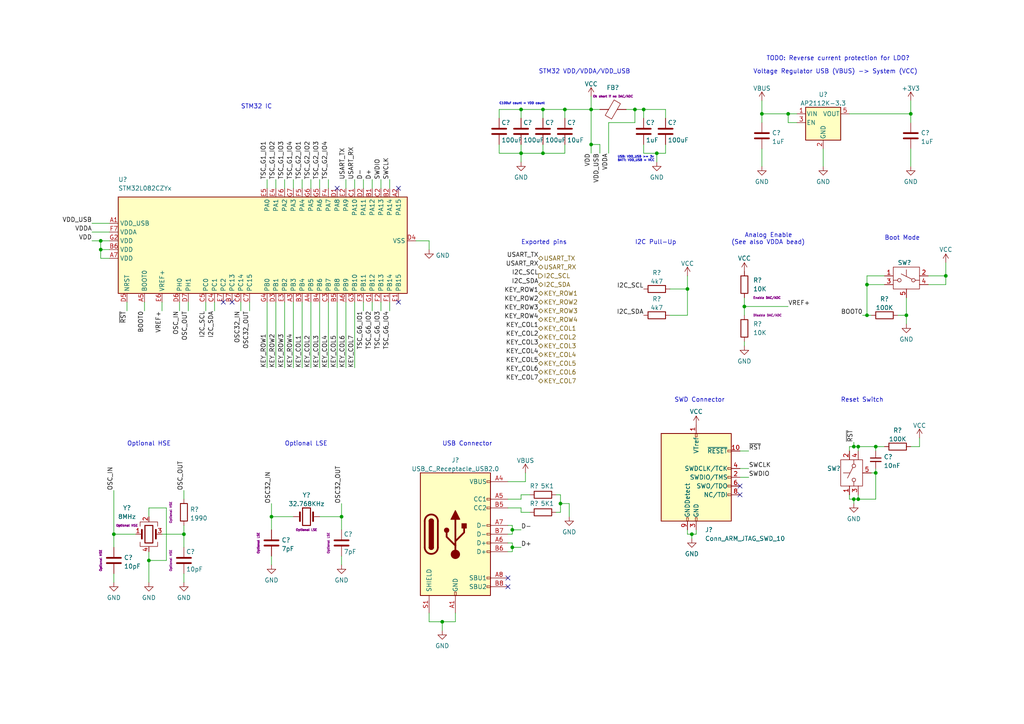
<source format=kicad_sch>
(kicad_sch (version 20211123) (generator eeschema)
  (paper "A4")
  (lib_symbols
    (symbol "Connector:Conn_ARM_JTAG_SWD_10" (pin_names (offset 1.016))
      (property "Reference" "J" (at -2.54 16.51 0))
      (property "Value" "Conn_ARM_JTAG_SWD_10" (at -2.54 13.97 0))
      (symbol "Conn_ARM_JTAG_SWD_10_0_1"
        (rectangle (start -10.16 12.7) (end 10.16 -12.7) (stroke (width 0.254)) (fill (type background)))
        (rectangle (start -2.794 -12.7) (end -2.286 -11.684))
        (rectangle (start -0.254 -12.7) (end 0.254 -11.684))
        (rectangle (start -0.254 12.7) (end 0.254 11.684))
        (rectangle (start 9.144 2.286) (end 10.16 2.794))
        (rectangle (start 10.16 -2.794) (end 9.144 -2.286))
        (rectangle (start 10.16 -0.254) (end 9.144 0.254))
        (rectangle (start 10.16 7.874) (end 9.144 7.366))
      )
      (symbol "Conn_ARM_JTAG_SWD_10_1_1"
        (rectangle (start 9.144 -5.334) (end 10.16 -4.826))
        (pin power_in line (at 0 15.24 270) (length 2.54) (name "VTref") (number "1"))
        (pin open_collector line (at 12.7 7.62 180) (length 2.54) (name "~{RESET}") (number "10"))
        (pin bidirectional line (at 12.7 0 180) (length 2.54) (name "SWDIO/TMS") (number "2"))
        (pin power_in line (at 0 -15.24 90) (length 2.54) (name "GND") (number "3"))
        (pin output line (at 12.7 2.54 180) (length 2.54) (name "SWDCLK/TCK") (number "4"))
        (pin passive line (at 0 -15.24 90) (length 2.54) hide (name "GND") (number "5"))
        (pin input line (at 12.7 -2.54 180) (length 2.54) (name "SWO/TDO") (number "6"))
        (pin no_connect line (at -10.16 0 0) (length 2.54) hide (name "KEY") (number "7"))
        (pin output line (at 12.7 -5.08 180) (length 2.54) (name "NC/TDI") (number "8"))
        (pin passive line (at -2.54 -15.24 90) (length 2.54) (name "GNDDetect") (number "9"))
      )
    )
    (symbol "Connector:USB_C_Receptacle_USB2.0" (pin_names (offset 1.016))
      (property "Reference" "J" (at -10.16 19.05 0))
      (property "Value" "USB_C_Receptacle_USB2.0" (at 19.05 19.05 0))
      (symbol "USB_C_Receptacle_USB2.0_0_0"
        (rectangle (start -0.254 -17.78) (end 0.254 -16.764))
        (rectangle (start 10.16 -14.986) (end 9.144 -15.494))
        (rectangle (start 10.16 -12.446) (end 9.144 -12.954))
        (rectangle (start 10.16 -4.826) (end 9.144 -5.334))
        (rectangle (start 10.16 -2.286) (end 9.144 -2.794))
        (rectangle (start 10.16 0.254) (end 9.144 -0.254))
        (rectangle (start 10.16 2.794) (end 9.144 2.286))
        (rectangle (start 10.16 7.874) (end 9.144 7.366))
        (rectangle (start 10.16 10.414) (end 9.144 9.906))
        (rectangle (start 10.16 15.494) (end 9.144 14.986))
      )
      (symbol "USB_C_Receptacle_USB2.0_0_1"
        (rectangle (start -10.16 17.78) (end 10.16 -17.78) (stroke (width 0.254)) (fill (type background)))
        (arc (start -8.89 -3.81) (mid -6.985 -5.715) (end -5.08 -3.81) (stroke (width 0.508)))
        (arc (start -7.62 -3.81) (mid -6.985 -4.445) (end -6.35 -3.81) (stroke (width 0.254)))
        (arc (start -7.62 -3.81) (mid -6.985 -4.445) (end -6.35 -3.81) (stroke (width 0.254)) (fill (type outline)))
        (rectangle (start -7.62 -3.81) (end -6.35 3.81) (stroke (width 0.254)) (fill (type outline)))
        (arc (start -6.35 3.81) (mid -6.985 4.445) (end -7.62 3.81) (stroke (width 0.254)))
        (arc (start -6.35 3.81) (mid -6.985 4.445) (end -7.62 3.81) (stroke (width 0.254)) (fill (type outline)))
        (arc (start -5.08 3.81) (mid -6.985 5.715) (end -8.89 3.81) (stroke (width 0.508)))
        (circle (center -2.54 1.143) (radius 0.635) (stroke (width 0.254)) (fill (type outline)))
        (circle (center 0 -5.842) (radius 1.27) (fill (type outline)))
        (polyline (pts (xy -8.89 -3.81) (xy -8.89 3.81)) (stroke (width 0.508)))
        (polyline (pts (xy -5.08 3.81) (xy -5.08 -3.81)) (stroke (width 0.508)))
        (polyline (pts (xy 0 -5.842) (xy 0 4.318)) (stroke (width 0.508)))
        (polyline (pts (xy 0 -3.302) (xy -2.54 -0.762) (xy -2.54 0.508)) (stroke (width 0.508)))
        (polyline (pts (xy 0 -2.032) (xy 2.54 0.508) (xy 2.54 1.778)) (stroke (width 0.508)))
        (polyline (pts (xy -1.27 4.318) (xy 0 6.858) (xy 1.27 4.318) (xy -1.27 4.318)) (stroke (width 0.254)) (fill (type outline)))
        (rectangle (start 1.905 1.778) (end 3.175 3.048) (stroke (width 0.254)) (fill (type outline)))
      )
      (symbol "USB_C_Receptacle_USB2.0_1_1"
        (pin passive line (at 0 -22.86 90) (length 5.08) (name "GND") (number "A1"))
        (pin passive line (at 0 -22.86 90) (length 5.08) hide (name "GND") (number "A12"))
        (pin passive line (at 15.24 15.24 180) (length 5.08) (name "VBUS") (number "A4"))
        (pin bidirectional line (at 15.24 10.16 180) (length 5.08) (name "CC1") (number "A5"))
        (pin bidirectional line (at 15.24 -2.54 180) (length 5.08) (name "D+") (number "A6"))
        (pin bidirectional line (at 15.24 2.54 180) (length 5.08) (name "D-") (number "A7"))
        (pin bidirectional line (at 15.24 -12.7 180) (length 5.08) (name "SBU1") (number "A8"))
        (pin passive line (at 15.24 15.24 180) (length 5.08) hide (name "VBUS") (number "A9"))
        (pin passive line (at 0 -22.86 90) (length 5.08) hide (name "GND") (number "B1"))
        (pin passive line (at 0 -22.86 90) (length 5.08) hide (name "GND") (number "B12"))
        (pin passive line (at 15.24 15.24 180) (length 5.08) hide (name "VBUS") (number "B4"))
        (pin bidirectional line (at 15.24 7.62 180) (length 5.08) (name "CC2") (number "B5"))
        (pin bidirectional line (at 15.24 -5.08 180) (length 5.08) (name "D+") (number "B6"))
        (pin bidirectional line (at 15.24 0 180) (length 5.08) (name "D-") (number "B7"))
        (pin bidirectional line (at 15.24 -15.24 180) (length 5.08) (name "SBU2") (number "B8"))
        (pin passive line (at 15.24 15.24 180) (length 5.08) hide (name "VBUS") (number "B9"))
        (pin passive line (at -7.62 -22.86 90) (length 5.08) (name "SHIELD") (number "S1"))
      )
    )
    (symbol "Device:C" (pin_numbers hide) (pin_names (offset 0.254))
      (property "Reference" "C" (at 0.635 2.54 0))
      (property "Value" "C" (at 0.635 -2.54 0))
      (symbol "C_0_1"
        (polyline (pts (xy -2.032 -0.762) (xy 2.032 -0.762)) (stroke (width 0.508)))
        (polyline (pts (xy -2.032 0.762) (xy 2.032 0.762)) (stroke (width 0.508)))
      )
      (symbol "C_1_1"
        (pin passive line (at 0 3.81 270) (length 2.794) (name "~") (number "1"))
        (pin passive line (at 0 -3.81 90) (length 2.794) (name "~") (number "2"))
      )
    )
    (symbol "Device:C_Small" (pin_numbers hide) (pin_names (offset 0.254) hide)
      (property "Reference" "C" (at 0.254 1.778 0))
      (property "Value" "C_Small" (at 0.254 -2.032 0))
      (symbol "C_Small_0_1"
        (polyline (pts (xy -1.524 -0.508) (xy 1.524 -0.508)) (stroke (width 0.3302)))
        (polyline (pts (xy -1.524 0.508) (xy 1.524 0.508)) (stroke (width 0.3048)))
      )
      (symbol "C_Small_1_1"
        (pin passive line (at 0 2.54 270) (length 2.032) (name "~") (number "1"))
        (pin passive line (at 0 -2.54 90) (length 2.032) (name "~") (number "2"))
      )
    )
    (symbol "Device:Crystal" (pin_numbers hide) (pin_names (offset 1.016) hide)
      (property "Reference" "Y" (at 0 3.81 0))
      (property "Value" "Crystal" (at 0 -3.81 0))
      (symbol "Crystal_0_1"
        (rectangle (start -1.143 2.54) (end 1.143 -2.54) (stroke (width 0.3048)))
        (polyline (pts (xy -2.54 0) (xy -1.905 0)))
        (polyline (pts (xy -1.905 -1.27) (xy -1.905 1.27)) (stroke (width 0.508)))
        (polyline (pts (xy 1.905 -1.27) (xy 1.905 1.27)) (stroke (width 0.508)))
        (polyline (pts (xy 2.54 0) (xy 1.905 0)))
      )
      (symbol "Crystal_1_1"
        (pin passive line (at -3.81 0 0) (length 1.27) (name "1") (number "1"))
        (pin passive line (at 3.81 0 180) (length 1.27) (name "2") (number "2"))
      )
    )
    (symbol "Device:Crystal_GND24" (pin_names (offset 1.016) hide)
      (property "Reference" "Y" (at 3.175 5.08 0))
      (property "Value" "Crystal_GND24" (at 3.175 3.175 0))
      (symbol "Crystal_GND24_0_1"
        (rectangle (start -1.143 2.54) (end 1.143 -2.54) (stroke (width 0.3048)))
        (polyline (pts (xy -2.54 0) (xy -2.032 0)))
        (polyline (pts (xy -2.032 -1.27) (xy -2.032 1.27)) (stroke (width 0.508)))
        (polyline (pts (xy 0 -3.81) (xy 0 -3.556)))
        (polyline (pts (xy 0 3.556) (xy 0 3.81)))
        (polyline (pts (xy 2.032 -1.27) (xy 2.032 1.27)) (stroke (width 0.508)))
        (polyline (pts (xy 2.032 0) (xy 2.54 0)))
        (polyline (pts (xy -2.54 -2.286) (xy -2.54 -3.556) (xy 2.54 -3.556) (xy 2.54 -2.286)))
        (polyline (pts (xy -2.54 2.286) (xy -2.54 3.556) (xy 2.54 3.556) (xy 2.54 2.286)))
      )
      (symbol "Crystal_GND24_1_1"
        (pin passive line (at -3.81 0 0) (length 1.27) (name "1") (number "1"))
        (pin passive line (at 0 5.08 270) (length 1.27) (name "2") (number "2"))
        (pin passive line (at 3.81 0 180) (length 1.27) (name "3") (number "3"))
        (pin passive line (at 0 -5.08 90) (length 1.27) (name "4") (number "4"))
      )
    )
    (symbol "Device:FerriteBead" (pin_numbers hide) (pin_names (offset 0))
      (property "Reference" "FB" (at -3.81 0.635 90))
      (property "Value" "FerriteBead" (at 3.81 0 90))
      (symbol "FerriteBead_0_1"
        (polyline (pts (xy 0 -1.27) (xy 0 -1.2192)))
        (polyline (pts (xy 0 1.27) (xy 0 1.2954)))
        (polyline (pts (xy -2.7686 0.4064) (xy -1.7018 2.2606) (xy 2.7686 -0.3048) (xy 1.6764 -2.159) (xy -2.7686 0.4064)))
      )
      (symbol "FerriteBead_1_1"
        (pin passive line (at 0 3.81 270) (length 2.54) (name "~") (number "1"))
        (pin passive line (at 0 -3.81 90) (length 2.54) (name "~") (number "2"))
      )
    )
    (symbol "Device:R" (pin_numbers hide) (pin_names (offset 0))
      (property "Reference" "R" (at 2.032 0 90))
      (property "Value" "R" (at 0 0 90))
      (symbol "R_0_1"
        (rectangle (start -1.016 -2.54) (end 1.016 2.54) (stroke (width 0.254)))
      )
      (symbol "R_1_1"
        (pin passive line (at 0 3.81 270) (length 1.27) (name "~") (number "1"))
        (pin passive line (at 0 -3.81 90) (length 1.27) (name "~") (number "2"))
      )
    )
    (symbol "MCU_ST_STM32L0:STM32L082CZYx"
      (property "Reference" "U" (at -15.24 41.91 0))
      (property "Value" "STM32L082CZYx" (at 7.62 41.91 0))
      (symbol "STM32L082CZYx_0_1"
        (rectangle (start -15.24 -43.18) (end 12.7 40.64) (stroke (width 0.254)) (fill (type background)))
      )
      (symbol "STM32L082CZYx_1_1"
        (pin power_in line (at 5.08 43.18 270) (length 2.54) (name "VDD_USB") (number "A1"))
        (pin bidirectional line (at 15.24 -40.64 180) (length 2.54) (name "PA15") (number "A2"))
        (pin bidirectional line (at -17.78 -10.16 0) (length 2.54) (name "PB3") (number "A3"))
        (pin bidirectional line (at -17.78 -15.24 0) (length 2.54) (name "PB5") (number "A4"))
        (pin input line (at -17.78 33.02 0) (length 2.54) (name "BOOT0") (number "A5"))
        (pin bidirectional line (at -17.78 -25.4 0) (length 2.54) (name "PB9") (number "A6"))
        (pin power_in line (at -5.08 43.18 270) (length 2.54) (name "VDD") (number "A7"))
        (pin bidirectional line (at 15.24 -33.02 180) (length 2.54) (name "PA12") (number "B1"))
        (pin bidirectional line (at 15.24 -38.1 180) (length 2.54) (name "PA14") (number "B2"))
        (pin bidirectional line (at -17.78 -12.7 0) (length 2.54) (name "PB4") (number "B3"))
        (pin bidirectional line (at -17.78 -17.78 0) (length 2.54) (name "PB6") (number "B4"))
        (pin bidirectional line (at -17.78 -22.86 0) (length 2.54) (name "PB8") (number "B5"))
        (pin power_in line (at -2.54 43.18 270) (length 2.54) (name "VDD") (number "B6"))
        (pin bidirectional line (at -17.78 7.62 0) (length 2.54) (name "PC13") (number "B7"))
        (pin bidirectional line (at 15.24 -27.94 180) (length 2.54) (name "PA10") (number "C1"))
        (pin bidirectional line (at 15.24 -35.56 180) (length 2.54) (name "PA13") (number "C2"))
        (pin bidirectional line (at -17.78 -20.32 0) (length 2.54) (name "PB7") (number "C3"))
        (pin bidirectional line (at -17.78 12.7 0) (length 2.54) (name "PC1") (number "C4"))
        (pin bidirectional line (at -17.78 15.24 0) (length 2.54) (name "PC0") (number "C5"))
        (pin bidirectional line (at -17.78 5.08 0) (length 2.54) (name "PC14") (number "C6"))
        (pin bidirectional line (at -17.78 2.54 0) (length 2.54) (name "PC15") (number "C7"))
        (pin bidirectional line (at 15.24 -22.86 180) (length 2.54) (name "PA8") (number "D1"))
        (pin bidirectional line (at 15.24 -30.48 180) (length 2.54) (name "PA11") (number "D2"))
        (pin bidirectional line (at -17.78 -5.08 0) (length 2.54) (name "PB1") (number "D3"))
        (pin power_in line (at 0 -45.72 90) (length 2.54) (name "VSS") (number "D4"))
        (pin input line (at -17.78 38.1 0) (length 2.54) (name "NRST") (number "D5"))
        (pin input line (at -17.78 22.86 0) (length 2.54) (name "PH0") (number "D6"))
        (pin input line (at -17.78 20.32 0) (length 2.54) (name "PH1") (number "D7"))
        (pin bidirectional line (at -17.78 -40.64 0) (length 2.54) (name "PB15") (number "E1"))
        (pin bidirectional line (at 15.24 -25.4 180) (length 2.54) (name "PA9") (number "E2"))
        (pin bidirectional line (at -17.78 -7.62 0) (length 2.54) (name "PB2") (number "E3"))
        (pin bidirectional line (at 15.24 -5.08 180) (length 2.54) (name "PA1") (number "E4"))
        (pin bidirectional line (at 15.24 -2.54 180) (length 2.54) (name "PA0") (number "E5"))
        (pin power_in line (at -17.78 27.94 0) (length 2.54) (name "VREF+") (number "E6"))
        (pin bidirectional line (at -17.78 10.16 0) (length 2.54) (name "PC2") (number "E7"))
        (pin bidirectional line (at -17.78 -38.1 0) (length 2.54) (name "PB14") (number "F1"))
        (pin bidirectional line (at -17.78 -35.56 0) (length 2.54) (name "PB13") (number "F2"))
        (pin bidirectional line (at -17.78 -30.48 0) (length 2.54) (name "PB11") (number "F3"))
        (pin bidirectional line (at 15.24 -20.32 180) (length 2.54) (name "PA7") (number "F4"))
        (pin bidirectional line (at 15.24 -12.7 180) (length 2.54) (name "PA4") (number "F5"))
        (pin bidirectional line (at 15.24 -7.62 180) (length 2.54) (name "PA2") (number "F6"))
        (pin power_in line (at 2.54 43.18 270) (length 2.54) (name "VDDA") (number "F7"))
        (pin bidirectional line (at -17.78 -33.02 0) (length 2.54) (name "PB12") (number "G1"))
        (pin power_in line (at 0 43.18 270) (length 2.54) (name "VDD") (number "G2"))
        (pin bidirectional line (at -17.78 -27.94 0) (length 2.54) (name "PB10") (number "G3"))
        (pin bidirectional line (at -17.78 -2.54 0) (length 2.54) (name "PB0") (number "G4"))
        (pin bidirectional line (at 15.24 -17.78 180) (length 2.54) (name "PA6") (number "G5"))
        (pin bidirectional line (at 15.24 -15.24 180) (length 2.54) (name "PA5") (number "G6"))
        (pin bidirectional line (at 15.24 -10.16 180) (length 2.54) (name "PA3") (number "G7"))
      )
    )
    (symbol "Nour_KB:SW_Push_SPST_13_24_G" (pin_names (offset 0) hide)
      (property "Reference" "SW" (at 0 7.62 0))
      (property "Value" "SW_Push_SPST_13_24_G" (at 0 5.08 0))
      (symbol "SW_Push_SPST_13_24_G_0_0"
        (circle (center -2.032 0) (radius 0.508))
        (polyline (pts (xy 1.5339 0.3176) (xy -1.5141 1.8416)))
        (circle (center 2.032 0) (radius 0.508))
      )
      (symbol "SW_Push_SPST_13_24_G_0_1"
        (rectangle (start -3.81 3.81) (end 3.81 -2.54) (stroke (width 0.1524)))
        (polyline (pts (xy -2.54 0) (xy -3.81 0)) (stroke (width 0.1524)))
        (polyline (pts (xy 0 1.143) (xy 0 3.048)) (stroke (width 0.1524)))
        (polyline (pts (xy 3.81 0) (xy 2.54 0)) (stroke (width 0.1524)))
      )
      (symbol "SW_Push_SPST_13_24_G_1_1"
        (pin passive line (at -6.35 1.27 0) (length 2.54) (name "A") (number "1"))
        (pin passive line (at 6.35 1.27 180) (length 2.54) (name "B") (number "2"))
        (pin passive line (at -6.35 -1.27 0) (length 2.54) (name "A") (number "3"))
        (pin passive line (at 6.35 -1.27 180) (length 2.54) (name "B") (number "4"))
        (pin passive line (at 0 -5.08 90) (length 2.54) (name "G") (number "5"))
      )
    )
    (symbol "Regulator_Linear:AP2112K-3.3" (pin_names (offset 0.254))
      (property "Reference" "U" (at -5.08 5.715 0))
      (property "Value" "AP2112K-3.3" (at 0 5.715 0))
      (symbol "AP2112K-3.3_0_1"
        (rectangle (start -5.08 4.445) (end 5.08 -5.08) (stroke (width 0.254)) (fill (type background)))
      )
      (symbol "AP2112K-3.3_1_1"
        (pin power_in line (at -7.62 2.54 0) (length 2.54) (name "VIN") (number "1"))
        (pin power_in line (at 0 -7.62 90) (length 2.54) (name "GND") (number "2"))
        (pin input line (at -7.62 0 0) (length 2.54) (name "EN") (number "3"))
        (pin no_connect line (at 5.08 0 180) (length 2.54) hide (name "NC") (number "4"))
        (pin power_out line (at 7.62 2.54 180) (length 2.54) (name "VOUT") (number "5"))
      )
    )
    (symbol "power:+3V3" (power) (pin_names (offset 0))
      (property "Value" "+3V3" (at 0 3.556 0))
      (symbol "+3V3_0_1"
        (polyline (pts (xy -0.762 1.27) (xy 0 2.54)))
        (polyline (pts (xy 0 0) (xy 0 2.54)))
        (polyline (pts (xy 0 2.54) (xy 0.762 1.27)))
      )
      (symbol "+3V3_1_1"
        (pin power_in line (at 0 0 90) (length 0) hide (name "+3V3") (number "1"))
      )
    )
    (symbol "power:GND" (power) (pin_names (offset 0))
      (property "Value" "GND" (at 0 -3.81 0))
      (symbol "GND_0_1"
        (polyline (pts (xy 0 0) (xy 0 -1.27) (xy 1.27 -1.27) (xy 0 -2.54) (xy -1.27 -1.27) (xy 0 -1.27)))
      )
      (symbol "GND_1_1"
        (pin power_in line (at 0 0 270) (length 0) hide (name "GND") (number "1"))
      )
    )
    (symbol "power:VBUS" (power) (pin_names (offset 0))
      (property "Value" "VBUS" (at 0 3.81 0))
      (symbol "VBUS_0_1"
        (polyline (pts (xy -0.762 1.27) (xy 0 2.54)))
        (polyline (pts (xy 0 0) (xy 0 2.54)))
        (polyline (pts (xy 0 2.54) (xy 0.762 1.27)))
      )
      (symbol "VBUS_1_1"
        (pin power_in line (at 0 0 90) (length 0) hide (name "VBUS") (number "1"))
      )
    )
    (symbol "power:VCC" (power) (pin_names (offset 0))
      (property "Value" "VCC" (at 0 3.81 0))
      (symbol "VCC_0_1"
        (polyline (pts (xy -0.762 1.27) (xy 0 2.54)))
        (polyline (pts (xy 0 0) (xy 0 2.54)))
        (polyline (pts (xy 0 2.54) (xy 0.762 1.27)))
      )
      (symbol "VCC_1_1"
        (pin power_in line (at 0 0 90) (length 0) hide (name "VCC") (number "1"))
      )
    )
  )
  (junction (at 148.59 158.75))
  (junction (at 162.56 146.05))
  (junction (at 151.13 31.75))
  (junction (at 200.66 154.94))
  (junction (at 99.06 149.86))
  (junction (at 254 137.16))
  (junction (at 184.15 31.75))
  (junction (at 171.45 31.75))
  (junction (at 128.27 180.34))
  (junction (at 53.34 154.94))
  (junction (at 33.02 154.94))
  (junction (at 248.92 144.78))
  (junction (at 29.21 72.39))
  (junction (at 247.65 144.78))
  (junction (at 186.69 31.75))
  (junction (at 43.18 162.56))
  (junction (at 264.16 33.02))
  (junction (at 274.32 80.01))
  (junction (at 151.13 44.45))
  (junction (at 78.74 149.86))
  (junction (at 199.39 83.82))
  (junction (at 157.48 44.45))
  (junction (at 215.9 88.9))
  (junction (at 190.5 44.45))
  (junction (at 251.46 91.44))
  (junction (at 220.98 33.02))
  (junction (at 163.83 31.75))
  (junction (at 157.48 31.75))
  (junction (at 247.65 129.54))
  (junction (at 228.6 33.02))
  (junction (at 171.45 41.91))
  (junction (at 262.89 91.44))
  (junction (at 29.21 69.85))
  (junction (at 254 129.54))
  (junction (at 251.46 82.55))
  (junction (at 248.92 129.54))
  (junction (at 148.59 153.67))
  (no_connect (at 67.31 87.63))
  (no_connect (at 214.63 143.51))
  (no_connect (at 147.32 167.64))
  (no_connect (at 64.77 87.63))
  (no_connect (at 115.57 87.63))
  (no_connect (at 214.63 140.97))
  (no_connect (at 97.79 54.61))
  (no_connect (at 115.57 54.61))
  (no_connect (at 147.32 170.18))
  (wire (pts (xy 53.34 142.24) (xy 53.34 144.78)))
  (wire (pts (xy 228.6 33.02) (xy 220.98 33.02)))
  (wire (pts (xy 246.38 129.54) (xy 246.38 130.81)))
  (wire (pts (xy 59.69 87.63) (xy 59.69 90.17)))
  (wire (pts (xy 264.16 29.21) (xy 264.16 33.02)))
  (wire (pts (xy 251.46 80.01) (xy 256.54 80.01)))
  (wire (pts (xy 147.32 147.32) (xy 151.13 147.32)))
  (wire (pts (xy 165.1 146.05) (xy 165.1 149.86)))
  (wire (pts (xy 80.01 87.63) (xy 80.01 106.68)))
  (wire (pts (xy 186.69 31.75) (xy 193.04 31.75)))
  (wire (pts (xy 194.31 83.82) (xy 199.39 83.82)))
  (wire (pts (xy 31.75 72.39) (xy 29.21 72.39)))
  (wire (pts (xy 153.67 143.51) (xy 151.13 143.51)))
  (wire (pts (xy 29.21 69.85) (xy 31.75 69.85)))
  (wire (pts (xy 157.48 31.75) (xy 163.83 31.75)))
  (wire (pts (xy 77.47 87.63) (xy 77.47 106.68)))
  (wire (pts (xy 85.09 149.86) (xy 78.74 149.86)))
  (wire (pts (xy 151.13 143.51) (xy 151.13 144.78)))
  (wire (pts (xy 147.32 144.78) (xy 151.13 144.78)))
  (wire (pts (xy 87.63 52.07) (xy 87.63 54.61)))
  (wire (pts (xy 186.69 44.45) (xy 190.5 44.45)))
  (wire (pts (xy 41.91 90.17) (xy 41.91 87.63)))
  (wire (pts (xy 54.61 90.17) (xy 54.61 87.63)))
  (wire (pts (xy 220.98 43.18) (xy 220.98 48.26)))
  (wire (pts (xy 26.67 69.85) (xy 29.21 69.85)))
  (wire (pts (xy 52.07 90.17) (xy 52.07 87.63)))
  (wire (pts (xy 248.92 144.78) (xy 248.92 143.51)))
  (wire (pts (xy 78.74 161.29) (xy 78.74 163.83)))
  (wire (pts (xy 36.83 90.17) (xy 36.83 87.63)))
  (wire (pts (xy 252.73 137.16) (xy 254 137.16)))
  (wire (pts (xy 194.31 91.44) (xy 199.39 91.44)))
  (wire (pts (xy 147.32 154.94) (xy 148.59 154.94)))
  (wire (pts (xy 124.46 177.8) (xy 124.46 180.34)))
  (wire (pts (xy 254 137.16) (xy 254 144.78)))
  (wire (pts (xy 199.39 154.94) (xy 200.66 154.94)))
  (wire (pts (xy 95.25 87.63) (xy 95.25 106.68)))
  (wire (pts (xy 190.5 44.45) (xy 190.5 46.99)))
  (wire (pts (xy 124.46 180.34) (xy 128.27 180.34)))
  (wire (pts (xy 199.39 91.44) (xy 199.39 83.82)))
  (wire (pts (xy 151.13 147.32) (xy 151.13 148.59)))
  (wire (pts (xy 247.65 129.54) (xy 246.38 129.54)))
  (wire (pts (xy 199.39 153.67) (xy 199.39 154.94)))
  (wire (pts (xy 163.83 31.75) (xy 163.83 34.29)))
  (wire (pts (xy 248.92 129.54) (xy 254 129.54)))
  (wire (pts (xy 220.98 29.21) (xy 220.98 33.02)))
  (wire (pts (xy 184.15 31.75) (xy 184.15 35.56)))
  (wire (pts (xy 254 129.54) (xy 256.54 129.54)))
  (wire (pts (xy 215.9 88.9) (xy 215.9 91.44)))
  (wire (pts (xy 53.34 166.37) (xy 53.34 168.91)))
  (wire (pts (xy 246.38 144.78) (xy 247.65 144.78)))
  (wire (pts (xy 147.32 157.48) (xy 148.59 157.48)))
  (wire (pts (xy 85.09 52.07) (xy 85.09 54.61)))
  (wire (pts (xy 144.78 44.45) (xy 151.13 44.45)))
  (wire (pts (xy 148.59 153.67) (xy 148.59 154.94)))
  (wire (pts (xy 251.46 91.44) (xy 252.73 91.44)))
  (wire (pts (xy 262.89 86.36) (xy 262.89 91.44)))
  (wire (pts (xy 254 129.54) (xy 254 130.81)))
  (wire (pts (xy 43.18 162.56) (xy 43.18 168.91)))
  (wire (pts (xy 269.24 82.55) (xy 274.32 82.55)))
  (wire (pts (xy 102.87 87.63) (xy 102.87 106.68)))
  (wire (pts (xy 29.21 72.39) (xy 29.21 69.85)))
  (wire (pts (xy 124.46 69.85) (xy 124.46 72.39)))
  (wire (pts (xy 31.75 74.93) (xy 29.21 74.93)))
  (wire (pts (xy 251.46 82.55) (xy 251.46 80.01)))
  (wire (pts (xy 186.69 41.91) (xy 186.69 44.45)))
  (wire (pts (xy 247.65 128.27) (xy 247.65 129.54)))
  (wire (pts (xy 163.83 31.75) (xy 171.45 31.75)))
  (wire (pts (xy 186.69 31.75) (xy 186.69 34.29)))
  (wire (pts (xy 163.83 41.91) (xy 163.83 44.45)))
  (wire (pts (xy 238.76 43.18) (xy 238.76 48.26)))
  (wire (pts (xy 228.6 33.02) (xy 228.6 35.56)))
  (wire (pts (xy 26.67 64.77) (xy 31.75 64.77)))
  (wire (pts (xy 78.74 149.86) (xy 78.74 153.67)))
  (wire (pts (xy 171.45 31.75) (xy 171.45 41.91)))
  (wire (pts (xy 269.24 80.01) (xy 274.32 80.01)))
  (wire (pts (xy 162.56 146.05) (xy 165.1 146.05)))
  (wire (pts (xy 69.85 90.17) (xy 69.85 87.63)))
  (wire (pts (xy 110.49 54.61) (xy 110.49 52.07)))
  (wire (pts (xy 148.59 158.75) (xy 148.59 160.02)))
  (wire (pts (xy 120.65 69.85) (xy 124.46 69.85)))
  (wire (pts (xy 99.06 146.05) (xy 99.06 149.86)))
  (wire (pts (xy 128.27 180.34) (xy 128.27 182.88)))
  (wire (pts (xy 148.59 153.67) (xy 151.13 153.67)))
  (wire (pts (xy 162.56 148.59) (xy 161.29 148.59)))
  (wire (pts (xy 274.32 80.01) (xy 274.32 76.2)))
  (wire (pts (xy 193.04 41.91) (xy 193.04 44.45)))
  (wire (pts (xy 92.71 52.07) (xy 92.71 54.61)))
  (wire (pts (xy 151.13 44.45) (xy 157.48 44.45)))
  (wire (pts (xy 92.71 87.63) (xy 92.71 106.68)))
  (wire (pts (xy 264.16 43.18) (xy 264.16 48.26)))
  (wire (pts (xy 151.13 41.91) (xy 151.13 44.45)))
  (wire (pts (xy 148.59 157.48) (xy 148.59 158.75)))
  (wire (pts (xy 200.66 154.94) (xy 200.66 156.21)))
  (wire (pts (xy 173.99 41.91) (xy 173.99 44.45)))
  (wire (pts (xy 246.38 143.51) (xy 246.38 144.78)))
  (wire (pts (xy 247.65 144.78) (xy 247.65 146.05)))
  (wire (pts (xy 147.32 160.02) (xy 148.59 160.02)))
  (wire (pts (xy 147.32 152.4) (xy 148.59 152.4)))
  (wire (pts (xy 151.13 31.75) (xy 151.13 34.29)))
  (wire (pts (xy 157.48 31.75) (xy 157.48 34.29)))
  (wire (pts (xy 92.71 149.86) (xy 99.06 149.86)))
  (wire (pts (xy 214.63 135.89) (xy 217.17 135.89)))
  (wire (pts (xy 82.55 52.07) (xy 82.55 54.61)))
  (wire (pts (xy 248.92 144.78) (xy 254 144.78)))
  (wire (pts (xy 161.29 143.51) (xy 162.56 143.51)))
  (wire (pts (xy 33.02 154.94) (xy 33.02 158.75)))
  (wire (pts (xy 78.74 146.05) (xy 78.74 149.86)))
  (wire (pts (xy 151.13 44.45) (xy 151.13 46.99)))
  (wire (pts (xy 231.14 33.02) (xy 228.6 33.02)))
  (wire (pts (xy 95.25 52.07) (xy 95.25 54.61)))
  (wire (pts (xy 181.61 31.75) (xy 184.15 31.75)))
  (wire (pts (xy 214.63 130.81) (xy 217.17 130.81)))
  (wire (pts (xy 264.16 35.56) (xy 264.16 33.02)))
  (wire (pts (xy 53.34 152.4) (xy 53.34 154.94)))
  (wire (pts (xy 260.35 91.44) (xy 262.89 91.44)))
  (wire (pts (xy 220.98 33.02) (xy 220.98 35.56)))
  (wire (pts (xy 176.53 35.56) (xy 176.53 44.45)))
  (wire (pts (xy 215.9 86.36) (xy 215.9 88.9)))
  (wire (pts (xy 128.27 180.34) (xy 132.08 180.34)))
  (wire (pts (xy 105.41 87.63) (xy 105.41 90.17)))
  (wire (pts (xy 39.37 154.94) (xy 33.02 154.94)))
  (wire (pts (xy 250.19 91.44) (xy 251.46 91.44)))
  (wire (pts (xy 107.95 87.63) (xy 107.95 90.17)))
  (wire (pts (xy 100.33 87.63) (xy 100.33 106.68)))
  (wire (pts (xy 151.13 148.59) (xy 153.67 148.59)))
  (wire (pts (xy 193.04 31.75) (xy 193.04 34.29)))
  (wire (pts (xy 184.15 31.75) (xy 186.69 31.75)))
  (wire (pts (xy 144.78 31.75) (xy 144.78 34.29)))
  (wire (pts (xy 113.03 87.63) (xy 113.03 90.17)))
  (wire (pts (xy 148.59 158.75) (xy 151.13 158.75)))
  (wire (pts (xy 246.38 33.02) (xy 264.16 33.02)))
  (wire (pts (xy 251.46 82.55) (xy 256.54 82.55)))
  (wire (pts (xy 251.46 91.44) (xy 251.46 82.55)))
  (wire (pts (xy 100.33 54.61) (xy 100.33 52.07)))
  (wire (pts (xy 176.53 35.56) (xy 184.15 35.56)))
  (wire (pts (xy 107.95 54.61) (xy 107.95 52.07)))
  (wire (pts (xy 266.7 127) (xy 266.7 129.54)))
  (wire (pts (xy 148.59 152.4) (xy 148.59 153.67)))
  (wire (pts (xy 266.7 129.54) (xy 264.16 129.54)))
  (wire (pts (xy 33.02 166.37) (xy 33.02 168.91)))
  (wire (pts (xy 157.48 41.91) (xy 157.48 44.45)))
  (wire (pts (xy 274.32 82.55) (xy 274.32 80.01)))
  (wire (pts (xy 26.67 67.31) (xy 31.75 67.31)))
  (wire (pts (xy 87.63 87.63) (xy 87.63 106.68)))
  (wire (pts (xy 144.78 41.91) (xy 144.78 44.45)))
  (wire (pts (xy 171.45 41.91) (xy 171.45 44.45)))
  (wire (pts (xy 105.41 54.61) (xy 105.41 52.07)))
  (wire (pts (xy 247.65 129.54) (xy 248.92 129.54)))
  (wire (pts (xy 215.9 99.06) (xy 215.9 100.33)))
  (wire (pts (xy 77.47 52.07) (xy 77.47 54.61)))
  (wire (pts (xy 46.99 154.94) (xy 53.34 154.94)))
  (wire (pts (xy 99.06 161.29) (xy 99.06 163.83)))
  (wire (pts (xy 144.78 31.75) (xy 151.13 31.75)))
  (wire (pts (xy 171.45 41.91) (xy 173.99 41.91)))
  (wire (pts (xy 90.17 87.63) (xy 90.17 106.68)))
  (wire (pts (xy 33.02 142.24) (xy 33.02 154.94)))
  (wire (pts (xy 214.63 138.43) (xy 217.17 138.43)))
  (wire (pts (xy 248.92 129.54) (xy 248.92 130.81)))
  (wire (pts (xy 80.01 52.07) (xy 80.01 54.61)))
  (wire (pts (xy 247.65 144.78) (xy 248.92 144.78)))
  (wire (pts (xy 53.34 154.94) (xy 53.34 158.75)))
  (wire (pts (xy 171.45 31.75) (xy 173.99 31.75)))
  (wire (pts (xy 110.49 87.63) (xy 110.49 90.17)))
  (wire (pts (xy 62.23 87.63) (xy 62.23 90.17)))
  (wire (pts (xy 102.87 54.61) (xy 102.87 52.07)))
  (wire (pts (xy 72.39 90.17) (xy 72.39 87.63)))
  (wire (pts (xy 99.06 149.86) (xy 99.06 153.67)))
  (wire (pts (xy 171.45 27.94) (xy 171.45 31.75)))
  (wire (pts (xy 43.18 147.32) (xy 48.26 147.32)))
  (wire (pts (xy 151.13 31.75) (xy 157.48 31.75)))
  (wire (pts (xy 46.99 90.17) (xy 46.99 87.63)))
  (wire (pts (xy 90.17 52.07) (xy 90.17 54.61)))
  (wire (pts (xy 190.5 44.45) (xy 193.04 44.45)))
  (wire (pts (xy 43.18 160.02) (xy 43.18 162.56)))
  (wire (pts (xy 162.56 143.51) (xy 162.56 146.05)))
  (wire (pts (xy 48.26 147.32) (xy 48.26 162.56)))
  (wire (pts (xy 85.09 87.63) (xy 85.09 106.68)))
  (wire (pts (xy 29.21 74.93) (xy 29.21 72.39)))
  (wire (pts (xy 215.9 88.9) (xy 228.6 88.9)))
  (wire (pts (xy 97.79 87.63) (xy 97.79 106.68)))
  (wire (pts (xy 162.56 146.05) (xy 162.56 148.59)))
  (wire (pts (xy 262.89 91.44) (xy 262.89 93.98)))
  (wire (pts (xy 132.08 177.8) (xy 132.08 180.34)))
  (wire (pts (xy 199.39 83.82) (xy 199.39 80.01)))
  (wire (pts (xy 157.48 44.45) (xy 163.83 44.45)))
  (wire (pts (xy 43.18 149.86) (xy 43.18 147.32)))
  (wire (pts (xy 254 135.89) (xy 254 137.16)))
  (wire (pts (xy 200.66 154.94) (xy 201.93 154.94)))
  (wire (pts (xy 82.55 87.63) (xy 82.55 106.68)))
  (wire (pts (xy 228.6 35.56) (xy 231.14 35.56)))
  (wire (pts (xy 147.32 139.7) (xy 152.4 139.7)))
  (wire (pts (xy 201.93 154.94) (xy 201.93 153.67)))
  (wire (pts (xy 113.03 54.61) (xy 113.03 52.07)))
  (wire (pts (xy 43.18 162.56) (xy 48.26 162.56)))
  (wire (pts (xy 152.4 137.16) (xy 152.4 139.7)))
  (text "Reset Switch" (at 243.84 116.84 0) (effects (font (size 1.27 1.27)) (justify left bottom)))
  (text "STM32 IC" (at 69.85 31.75 0) (effects (font (size 1.27 1.27)) (justify left bottom)))
  (text "Exported pins" (at 151.13 71.12 0) (effects (font (size 1.27 1.27)) (justify left bottom)))
  (text "STM32 VDD/VDDA/VDD_USB" (at 156.21 21.59 0) (effects (font (size 1.27 1.27)) (justify left bottom)))
  (text "Boot Mode" (at 256.54 69.85 0) (effects (font (size 1.27 1.27)) (justify left bottom)))
  (text "I2C Pull-Up" (at 184.15 71.12 0) (effects (font (size 1.27 1.27)) (justify left bottom)))
  (text "USB Connector" (at 128.27 129.54 0) (effects (font (size 1.27 1.27)) (justify left bottom)))
  (text "Optional HSE" (at 36.83 129.54 0) (effects (font (size 1.27 1.27)) (justify left bottom)))
  (text "TODO: Reverse current protection for LDO?" (at 222.25 17.78 0) (effects (font (size 1.27 1.27)) (justify left bottom)))
  (text "C100uf count = VDD count" (at 144.78 30.48 0) (effects (font (size 0.63 0.63)) (justify left bottom)))
  (text "Optional LSE" (at 82.55 129.54 0) (effects (font (size 1.27 1.27)) (justify left bottom)))
  (text "USB: VDD_USB >= 3v\nBATT: VDD_USB = VCC" (at 179.07 46.99 0) (effects (font (size 0.63 0.63)) (justify left bottom)))
  (text "    Analog Enable\n(See also VDDA bead)" (at 212.09 71.12 0) (effects (font (size 1.27 1.27)) (justify left bottom)))
  (text "Voltage Regulator USB (VBUS) -> System (VCC)" (at 218.44 21.59 0) (effects (font (size 1.27 1.27)) (justify left bottom)))
  (text "SWD Connector" (at 195.58 116.84 0) (effects (font (size 1.27 1.27)) (justify left bottom)))
  (label "OSC_IN" (at 52.07 90.17 270))
  (label "I2C_SDA" (at 186.69 91.44 180))
  (label "VDDA" (at 176.53 44.45 270))
  (label "KEY_ROW3" (at 82.55 106.68 90))
  (label "VREF+" (at 46.99 90.17 270))
  (label "TSC_G2_IO4" (at 95.25 52.07 90))
  (label "KEY_COL5" (at 97.79 106.68 90))
  (label "KEY_COL1" (at 156.21 95.25 180))
  (label "KEY_COL3" (at 92.71 106.68 90))
  (label "D-" (at 105.41 52.07 90))
  (label "KEY_COL7" (at 156.21 110.49 180))
  (label "BOOT0" (at 41.91 90.17 270))
  (label "I2C_SDA" (at 62.23 90.17 270))
  (label "OSC32_OUT" (at 72.39 90.17 270))
  (label "KEY_COL3" (at 156.21 100.33 180))
  (label "KEY_ROW4" (at 85.09 106.68 90))
  (label "VDD_USB" (at 173.99 44.45 270))
  (label "I2C_SCL" (at 156.21 80.01 180))
  (label "TSC_G6_IO3" (at 110.49 90.17 270))
  (label "USART_RX" (at 156.21 77.47 180))
  (label "TSC_G1_IO1" (at 77.47 52.07 90))
  (label "TSC_G1_IO3" (at 82.55 52.07 90))
  (label "SWDIO" (at 110.49 52.07 90))
  (label "TSC_G2_IO2" (at 90.17 52.07 90))
  (label "KEY_COL2" (at 156.21 97.79 180))
  (label "VDDA" (at 26.67 67.31 180))
  (label "TSC_G6_IO4" (at 113.03 90.17 270))
  (label "KEY_COL6" (at 156.21 107.95 180))
  (label "~{RST}" (at 247.65 128.27 90))
  (label "SWCLK" (at 217.17 135.89 0))
  (label "TSC_G2_IO3" (at 92.71 52.07 90))
  (label "TSC_G6_IO1" (at 105.41 90.17 270))
  (label "D-" (at 151.13 153.67 0))
  (label "KEY_ROW4" (at 156.21 92.71 180))
  (label "TSC_G1_IO2" (at 80.01 52.07 90))
  (label "KEY_COL6" (at 100.33 106.68 90))
  (label "USART_TX" (at 156.21 74.93 180))
  (label "D+" (at 151.13 158.75 0))
  (label "OSC32_IN" (at 78.74 146.05 90))
  (label "SWCLK" (at 113.03 52.07 90))
  (label "VDD" (at 171.45 44.45 270))
  (label "SWDIO" (at 217.17 138.43 0))
  (label "KEY_ROW1" (at 156.21 85.09 180))
  (label "KEY_ROW1" (at 77.47 106.68 90))
  (label "KEY_ROW2" (at 156.21 87.63 180))
  (label "OSC_OUT" (at 54.61 90.17 270))
  (label "VDD" (at 26.67 69.85 180))
  (label "KEY_COL2" (at 90.17 106.68 90))
  (label "KEY_ROW3" (at 156.21 90.17 180))
  (label "I2C_SDA" (at 156.21 82.55 180))
  (label "~{RST}" (at 36.83 90.17 270))
  (label "OSC32_IN" (at 69.85 90.17 270))
  (label "~{RST}" (at 217.17 130.81 0))
  (label "KEY_COL5" (at 156.21 105.41 180))
  (label "TSC_G2_IO1" (at 87.63 52.07 90))
  (label "OSC_OUT" (at 53.34 142.24 90))
  (label "USART_TX" (at 100.33 52.07 90))
  (label "USART_RX" (at 102.87 52.07 90))
  (label "VDD_USB" (at 26.67 64.77 180))
  (label "OSC_IN" (at 33.02 142.24 90))
  (label "KEY_COL4" (at 156.21 102.87 180))
  (label "D+" (at 107.95 52.07 90))
  (label "OSC32_OUT" (at 99.06 146.05 90))
  (label "VREF+" (at 228.6 88.9 0))
  (label "KEY_COL1" (at 87.63 106.68 90))
  (label "KEY_COL4" (at 95.25 106.68 90))
  (label "KEY_ROW2" (at 80.01 106.68 90))
  (label "TSC_G1_IO4" (at 85.09 52.07 90))
  (label "I2C_SCL" (at 59.69 90.17 270))
  (label "TSC_G6_IO2" (at 107.95 90.17 270))
  (label "KEY_COL7" (at 102.87 106.68 90))
  (label "I2C_SCL" (at 186.69 83.82 180))
  (label "BOOT0" (at 250.19 91.44 180))
  (hierarchical_label "KEY_COL3" (shape bidirectional) (at 156.21 100.33 0))
  (hierarchical_label "I2C_SDA" (shape bidirectional) (at 156.21 82.55 0))
  (hierarchical_label "KEY_COL1" (shape bidirectional) (at 156.21 95.25 0))
  (hierarchical_label "KEY_COL5" (shape bidirectional) (at 156.21 105.41 0))
  (hierarchical_label "USART_RX" (shape bidirectional) (at 156.21 77.47 0))
  (hierarchical_label "KEY_COL6" (shape bidirectional) (at 156.21 107.95 0))
  (hierarchical_label "USART_TX" (shape bidirectional) (at 156.21 74.93 0))
  (hierarchical_label "KEY_ROW4" (shape bidirectional) (at 156.21 92.71 0))
  (hierarchical_label "KEY_ROW1" (shape bidirectional) (at 156.21 85.09 0))
  (hierarchical_label "I2C_SCL" (shape output) (at 156.21 80.01 0))
  (hierarchical_label "KEY_COL4" (shape bidirectional) (at 156.21 102.87 0))
  (hierarchical_label "KEY_ROW2" (shape bidirectional) (at 156.21 87.63 0))
  (hierarchical_label "KEY_ROW3" (shape bidirectional) (at 156.21 90.17 0))
  (hierarchical_label "KEY_COL2" (shape bidirectional) (at 156.21 97.79 0))
  (hierarchical_label "KEY_COL7" (shape bidirectional) (at 156.21 110.49 0))
  (symbol (lib_id "power:GND") (at 215.9 100.33 0) (unit 1)
    (property "Reference" "#PWR?" (effects hide))
    (property "Value" "GND" (at 215.9 104.7734 0))
  )
  (symbol (lib_id "power:VCC") (at 201.93 123.19 0) (unit 1)
    (property "Reference" "#PWR?" (effects hide))
    (property "Value" "VCC" (at 201.93 119.38 0))
  )
  (symbol (lib_id "power:VBUS") (at 220.98 29.21 0) (unit 1)
    (property "Reference" "#PWR?" (effects hide))
    (property "Value" "VBUS" (at 220.98 25.6342 0))
  )
  (symbol (lib_id "MCU_ST_STM32L0:STM32L082CZYx") (at 74.93 69.85 90) (unit 1)
    (property "Reference" "U?" (at 34.29 52.07 90) (effects (justify right)))
    (property "Value" "STM32L082CZYx" (at 34.29 54.61 90) (effects (justify right)))
    (property "Footprint" "Package_CSP:ST_WLCSP-49_Die447" (effects hide))
    (property "Datasheet" "http://www.st.com/st-web-ui/static/active/en/resource/technical/document/datasheet/DM00141132.pdf" (effects hide))
  )
  (symbol (lib_id "Device:R") (at 157.48 143.51 90) (unit 1)
    (property "Reference" "R?" (at 154.94 140.97 90))
    (property "Value" "5K1" (at 158.75 140.97 90))
    (property "Footprint" "Resistor_SMD:R_0805_2012Metric" (effects hide))
  )
  (symbol (lib_id "Device:R") (at 53.34 148.59 0) (unit 1)
    (property "Reference" "R?" (at 55.118 147.7553 0) (effects (justify left)))
    (property "Value" "1990" (at 55.118 150.2922 0) (effects (justify left)))
    (property "Footprint" "Resistor_SMD:R_0805_2012Metric" (effects hide))
    (property "Notes" "Optional HSE" (at 49.53 148.59 90) (effects (font (size 0.63 0.63))))
  )
  (symbol (lib_id "power:VBUS") (at 152.4 137.16 0) (unit 1)
    (property "Reference" "#PWR?" (effects hide))
    (property "Value" "VBUS" (at 152.4 133.5842 0))
  )
  (symbol (lib_id "power:VCC") (at 199.39 80.01 0) (unit 1)
    (property "Reference" "#PWR?" (effects hide))
    (property "Value" "VCC" (at 199.39 76.4342 0))
  )
  (symbol (lib_id "power:VCC") (at 215.9 78.74 0) (unit 1)
    (property "Reference" "#PWR?" (effects hide))
    (property "Value" "VCC" (at 215.9 74.93 0))
  )
  (symbol (lib_id "power:GND") (at 200.66 156.21 0) (unit 1)
    (property "Reference" "#PWR?" (effects hide))
    (property "Value" "GND" (at 200.66 160.6534 0))
  )
  (symbol (lib_id "Device:C") (at 53.34 162.56 0) (unit 1)
    (property "Reference" "C?" (at 53.975 160.02 0) (effects (justify left)))
    (property "Value" "10pF" (at 53.975 165.1 0) (effects (justify left)))
    (property "Footprint" "Capacitor_SMD:C_0805_2012Metric" (effects hide))
    (property "Notes" "Optional HSE" (at 49.53 162.56 90) (effects (font (size 0.63 0.63))))
  )
  (symbol (lib_id "Device:FerriteBead") (at 177.8 31.75 90) (unit 1)
    (property "Reference" "FB?" (at 177.7492 25.4086 90))
    (property "Value" "FerriteBead" (effects hide))
    (property "Footprint" "Resistor_SMD:R_0805_2012Metric" (effects hide))
    (property "Notes" "Ok short if no DAC/ADC" (at 177.8 27.94 90) (effects (font (size 0.63 0.63))))
  )
  (symbol (lib_id "Connector:Conn_ARM_JTAG_SWD_10") (at 201.93 138.43 0) (unit 1)
    (property "Reference" "J?" (at 204.47 153.67 0) (effects (justify left)))
    (property "Value" "Conn_ARM_JTAG_SWD_10" (at 204.47 156.21 0) (effects (justify left)))
    (property "Footprint" "Connector_PinSocket_1.27mm:PinSocket_2x05_P1.27mm_Vertical" (effects hide))
    (property "Datasheet" "http://infocenter.arm.com/help/topic/com.arm.doc.ddi0314h/DDI0314H_coresight_components_trm.pdf" (effects hide))
  )
  (symbol (lib_id "Device:C") (at 33.02 162.56 0) (unit 1)
    (property "Reference" "C?" (at 35.941 161.7253 0) (effects (justify left)))
    (property "Value" "10pF" (at 35.941 164.2622 0) (effects (justify left)))
    (property "Footprint" "Capacitor_SMD:C_0805_2012Metric" (effects hide))
    (property "Notes" "Optional HSE" (at 29.21 162.56 90) (effects (font (size 0.63 0.63))))
  )
  (symbol (lib_id "Device:R") (at 260.35 129.54 90) (unit 1)
    (property "Reference" "R?" (at 260.35 124.8242 90))
    (property "Value" "100K" (at 260.35 127.3611 90))
    (property "Footprint" "Resistor_SMD:R_0805_2012Metric" (effects hide))
  )
  (symbol (lib_id "Device:Crystal_GND24") (at 43.18 154.94 0) (unit 1)
    (property "Reference" "Y?" (at 36.83 147.32 0))
    (property "Value" "8MHz" (at 36.83 149.86 0))
    (property "Footprint" "Nour_KB:ECS801830BAGNTR" (effects hide))
    (property "Datasheet" "https://www.ecsxtal.com/store/pdf/ecx_53b.pdf" (effects hide))
    (property "Notes" "Optional HSE" (at 36.83 152.4 0) (effects (font (size 0.63 0.63))))
    (property "PartNo" "ECS-80-10-30B-CWN-TR" (effects hide))
  )
  (symbol (lib_id "Device:R") (at 190.5 91.44 270) (unit 1)
    (property "Reference" "R?" (at 190.5 86.7242 90))
    (property "Value" "4k7" (at 190.5 89.2611 90))
    (property "Footprint" "Resistor_SMD:R_0805_2012Metric" (effects hide))
  )
  (symbol (lib_id "Device:R") (at 190.5 83.82 90) (unit 1)
    (property "Reference" "R?" (at 190.5 79.1042 90))
    (property "Value" "4k7" (at 190.5 81.6411 90))
    (property "Footprint" "Resistor_SMD:R_0805_2012Metric" (effects hide))
  )
  (symbol (lib_id "Device:C") (at 99.06 157.48 0) (unit 1)
    (property "Reference" "C?" (at 99.695 154.94 0) (effects (justify left)))
    (property "Value" "7pF" (at 99.695 160.02 0) (effects (justify left)))
    (property "Footprint" "Capacitor_SMD:C_0805_2012Metric" (effects hide))
    (property "Notes" "Optional LSE" (at 95.25 157.48 90) (effects (font (size 0.63 0.63))))
  )
  (symbol (lib_id "Device:C") (at 157.48 38.1 0) (unit 1)
    (property "Reference" "C?" (at 158.115 35.56 0) (effects (justify left)))
    (property "Value" "100uF" (at 158.115 40.64 0) (effects (justify left)))
    (property "Footprint" "Capacitor_SMD:C_0805_2012Metric" (effects hide))
  )
  (symbol (lib_id "power:GND") (at 43.18 168.91 0) (unit 1)
    (property "Reference" "#PWR?" (effects hide))
    (property "Value" "GND" (at 43.18 173.3534 0))
  )
  (symbol (lib_id "Device:R") (at 215.9 82.55 0) (unit 1)
    (property "Reference" "R?" (at 218.44 81.28 0) (effects (justify left)))
    (property "Value" "10K" (at 218.44 83.82 0) (effects (justify left)))
    (property "Footprint" "Resistor_SMD:R_0805_2012Metric" (effects hide))
    (property "Notes" "Enable DAC/ADC" (at 218.44 86.36 0) (effects (font (size 0.63 0.63)) (justify left)))
  )
  (symbol (lib_id "Device:C") (at 144.78 38.1 0) (unit 1)
    (property "Reference" "C?" (at 145.415 35.56 0) (effects (justify left)))
    (property "Value" "100uF" (at 145.415 40.64 0) (effects (justify left)))
    (property "Footprint" "Capacitor_SMD:C_0805_2012Metric" (effects hide))
  )
  (symbol (lib_id "Device:R") (at 256.54 91.44 270) (unit 1)
    (property "Reference" "R?" (at 256.54 86.7242 90))
    (property "Value" "100K" (at 256.54 89.2611 90))
    (property "Footprint" "Resistor_SMD:R_0805_2012Metric" (effects hide))
  )
  (symbol (lib_id "power:VCC") (at 171.45 27.94 0) (unit 1)
    (property "Reference" "#PWR?" (effects hide))
    (property "Value" "VCC" (at 171.45 24.3642 0))
  )
  (symbol (lib_id "Device:C") (at 151.13 38.1 0) (unit 1)
    (property "Reference" "C?" (at 151.765 35.56 0) (effects (justify left)))
    (property "Value" "100uF" (at 151.765 40.64 0) (effects (justify left)))
    (property "Footprint" "Capacitor_SMD:C_0805_2012Metric" (effects hide))
  )
  (symbol (lib_id "power:GND") (at 128.27 182.88 0) (unit 1)
    (property "Reference" "#PWR?" (effects hide))
    (property "Value" "GND" (at 128.27 187.3234 0))
  )
  (symbol (lib_id "power:GND") (at 33.02 168.91 0) (unit 1)
    (property "Reference" "#PWR?" (effects hide))
    (property "Value" "GND" (at 33.02 173.3534 0))
  )
  (symbol (lib_id "power:GND") (at 124.46 72.39 0) (unit 1)
    (property "Reference" "#PWR?" (effects hide))
    (property "Value" "GND" (at 126.365 74.0938 0) (effects (justify left)))
  )
  (symbol (lib_id "Regulator_Linear:AP2112K-3.3") (at 238.76 35.56 0) (unit 1)
    (property "Reference" "U?" (at 238.76 27.4152 0))
    (property "Value" "AP2112K-3.3" (at 238.76 29.9521 0))
    (property "Footprint" "Package_SO:SOIC-8_3.9x4.9mm_P1.27mm" (effects hide))
    (property "Datasheet" "https://www.diodes.com/assets/Datasheets/AP2112.pdf" (effects hide))
  )
  (symbol (lib_id "Device:C") (at 193.04 38.1 0) (unit 1)
    (property "Reference" "C?" (at 193.675 35.56 0) (effects (justify left)))
    (property "Value" "100uF" (at 193.675 40.64 0) (effects (justify left)))
    (property "Footprint" "Capacitor_SMD:C_0805_2012Metric" (effects hide))
  )
  (symbol (lib_id "Device:R") (at 215.9 95.25 0) (unit 1)
    (property "Reference" "R?" (at 218.44 93.98 0) (effects (justify left)))
    (property "Value" "10K" (at 218.44 96.52 0) (effects (justify left)))
    (property "Footprint" "Resistor_SMD:R_0805_2012Metric" (effects hide))
    (property "Notes" "Disable DAC/ADC" (at 218.44 91.44 0) (effects (font (size 0.63 0.63)) (justify left)))
  )
  (symbol (lib_id "Device:C") (at 264.16 39.37 0) (unit 1)
    (property "Reference" "C?" (at 267.081 38.5353 0) (effects (justify left)))
    (property "Value" "1uF" (at 267.081 41.0722 0) (effects (justify left)))
    (property "Footprint" "Capacitor_SMD:C_0805_2012Metric" (effects hide))
  )
  (symbol (lib_id "power:GND") (at 247.65 146.05 0) (unit 1)
    (property "Reference" "#PWR?" (effects hide))
    (property "Value" "GND" (at 247.65 150.4934 0))
  )
  (symbol (lib_id "power:VCC") (at 274.32 76.2 0) (unit 1)
    (property "Reference" "#PWR?" (effects hide))
    (property "Value" "VCC" (at 274.32 72.39 0))
  )
  (symbol (lib_id "power:GND") (at 220.98 48.26 0) (unit 1)
    (property "Reference" "#PWR?" (effects hide))
    (property "Value" "GND" (at 220.98 52.7034 0))
  )
  (symbol (lib_id "power:GND") (at 238.76 48.26 0) (unit 1)
    (property "Reference" "#PWR?" (effects hide))
    (property "Value" "GND" (at 238.76 52.7034 0))
  )
  (symbol (lib_id "Nour_KB:SW_Push_SPST_13_24_G") (at 262.89 81.28 0) (unit 1)
    (property "Reference" "SW?" (at 260.35 76.2 0) (effects (justify left)))
    (property "Value" "SW_SPST_G" (effects hide))
    (property "Footprint" "Nour_KB:EVQP9102W" (effects hide))
    (property "PartNo" "EVQ-P9102W" (effects hide))
  )
  (symbol (lib_id "Device:Crystal") (at 88.9 149.86 0) (unit 1)
    (property "Reference" "Y?" (at 88.9 143.5948 0))
    (property "Value" "32.768KHz" (at 88.9 146.1317 0))
    (property "Footprint" "Nour_KB:ECS327712TR" (effects hide))
    (property "Datasheet" "http://www.ecsxtal.com/store/pdf/ECX_12.pdf" (effects hide))
    (property "Notes" "Optional LSE" (at 88.9 153.67 0) (effects (font (size 0.63 0.63))))
    (property "PartNo" "ECS-.327-7-12-TR" (effects hide))
  )
  (symbol (lib_id "power:GND") (at 78.74 163.83 0) (unit 1)
    (property "Reference" "#PWR?" (effects hide))
    (property "Value" "GND" (at 78.74 168.2734 0))
  )
  (symbol (lib_id "Device:C_Small") (at 254 133.35 0) (unit 1)
    (property "Reference" "C?" (at 256.3241 132.5216 0) (effects (justify left)))
    (property "Value" "10nF" (at 256.3241 135.0585 0) (effects (justify left)))
    (property "Footprint" "Capacitor_SMD:C_0805_2012Metric" (effects hide))
  )
  (symbol (lib_id "Device:R") (at 157.48 148.59 90) (unit 1)
    (property "Reference" "R?" (at 154.94 146.05 90))
    (property "Value" "5K1" (at 158.75 146.05 90))
    (property "Footprint" "Resistor_SMD:R_0805_2012Metric" (effects hide))
  )
  (symbol (lib_id "Nour_KB:SW_Push_SPST_13_24_G") (at 247.65 137.16 90) (unit 1)
    (property "Reference" "SW?" (at 243.84 135.89 90) (effects (justify left)))
    (property "Value" "SW_SPST_G" (effects hide))
    (property "Footprint" "Nour_KB:EVQP9102W" (effects hide))
    (property "PartNo" "EVQ-P9102W" (effects hide))
  )
  (symbol (lib_id "Device:C") (at 163.83 38.1 0) (unit 1)
    (property "Reference" "C?" (at 164.465 35.56 0) (effects (justify left)))
    (property "Value" "10uF" (at 164.465 40.64 0) (effects (justify left)))
    (property "Footprint" "Capacitor_SMD:C_0805_2012Metric" (effects hide))
  )
  (symbol (lib_id "power:GND") (at 151.13 46.99 0) (unit 1)
    (property "Reference" "#PWR?" (effects hide))
    (property "Value" "GND" (at 151.13 51.4334 0))
  )
  (symbol (lib_id "Connector:USB_C_Receptacle_USB2.0") (at 132.08 154.94 0) (unit 1)
    (property "Reference" "J?" (at 132.08 133.4602 0))
    (property "Value" "USB_C_Receptacle_USB2.0" (at 132.08 135.9971 0))
    (property "Footprint" "Nour_KB:GCT_USB4085-GF-A_REVA4" (effects hide))
    (property "Datasheet" "https://www.usb.org/sites/default/files/documents/usb_type-c.zip" (effects hide))
  )
  (symbol (lib_id "power:GND") (at 99.06 163.83 0) (unit 1)
    (property "Reference" "#PWR?" (effects hide))
    (property "Value" "GND" (at 99.06 168.2734 0))
  )
  (symbol (lib_id "power:GND") (at 165.1 149.86 0) (unit 1)
    (property "Reference" "#PWR?" (effects hide))
    (property "Value" "GND" (at 165.1 154.3034 0))
  )
  (symbol (lib_id "power:GND") (at 53.34 168.91 0) (unit 1)
    (property "Reference" "#PWR?" (effects hide))
    (property "Value" "GND" (at 53.34 173.3534 0))
  )
  (symbol (lib_id "Device:C") (at 78.74 157.48 0) (unit 1)
    (property "Reference" "C?" (at 81.661 156.6453 0) (effects (justify left)))
    (property "Value" "7pF" (at 81.661 159.1822 0) (effects (justify left)))
    (property "Footprint" "Capacitor_SMD:C_0805_2012Metric" (effects hide))
    (property "Notes" "Optional LSE" (at 74.93 157.48 90) (effects (font (size 0.63 0.63))))
  )
  (symbol (lib_id "power:GND") (at 262.89 93.98 0) (unit 1)
    (property "Reference" "#PWR?" (effects hide))
    (property "Value" "GND" (at 262.89 98.4234 0))
  )
  (symbol (lib_id "Device:C") (at 220.98 39.37 0) (unit 1)
    (property "Reference" "C?" (at 223.901 38.5353 0) (effects (justify left)))
    (property "Value" "1uF" (at 223.901 41.0722 0) (effects (justify left)))
    (property "Footprint" "Capacitor_SMD:C_0805_2012Metric" (effects hide))
  )
  (symbol (lib_id "Device:C") (at 186.69 38.1 0) (unit 1)
    (property "Reference" "C?" (at 187.325 35.56 0) (effects (justify left)))
    (property "Value" "1uF" (at 187.325 40.64 0) (effects (justify left)))
    (property "Footprint" "Capacitor_SMD:C_0805_2012Metric" (effects hide))
  )
  (symbol (lib_id "power:+3V3") (at 264.16 29.21 0) (unit 1)
    (property "Reference" "#PWR?" (effects hide))
    (property "Value" "+3V3" (at 264.16 25.6342 0))
  )
  (symbol (lib_id "power:GND") (at 264.16 48.26 0) (unit 1)
    (property "Reference" "#PWR?" (effects hide))
    (property "Value" "GND" (at 264.16 52.7034 0))
  )
  (symbol (lib_id "power:VCC") (at 266.7 127 0) (unit 1)
    (property "Reference" "#PWR?" (effects hide))
    (property "Value" "VCC" (at 266.7 123.4242 0))
  )
  (symbol (lib_id "power:GND") (at 190.5 46.99 0) (unit 1)
    (property "Reference" "#PWR?" (effects hide))
    (property "Value" "GND" (at 190.5 51.4334 0))
  )
)
</source>
